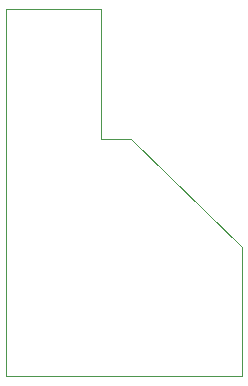
<source format=gm1>
G04 #@! TF.GenerationSoftware,KiCad,Pcbnew,(5.1.8)-1*
G04 #@! TF.CreationDate,2021-02-09T21:34:11+01:00*
G04 #@! TF.ProjectId,attnodev2_prg_sml_u,6174746e-6f64-4657-9632-5f7072675f73,rev?*
G04 #@! TF.SameCoordinates,Original*
G04 #@! TF.FileFunction,Profile,NP*
%FSLAX46Y46*%
G04 Gerber Fmt 4.6, Leading zero omitted, Abs format (unit mm)*
G04 Created by KiCad (PCBNEW (5.1.8)-1) date 2021-02-09 21:34:11*
%MOMM*%
%LPD*%
G01*
G04 APERTURE LIST*
G04 #@! TA.AperFunction,Profile*
%ADD10C,0.050000*%
G04 #@! TD*
G04 APERTURE END LIST*
D10*
X70540000Y-68000000D02*
X80000000Y-77100000D01*
X68000000Y-68000000D02*
X70540000Y-68000000D01*
X60000000Y-57000000D02*
X68000000Y-57000000D01*
X68000000Y-68000000D02*
X68000000Y-57000000D01*
X60000000Y-57000000D02*
X60000000Y-88100000D01*
X80000000Y-88100000D02*
X80000000Y-77100000D01*
X60000000Y-88100000D02*
X80000000Y-88100000D01*
M02*

</source>
